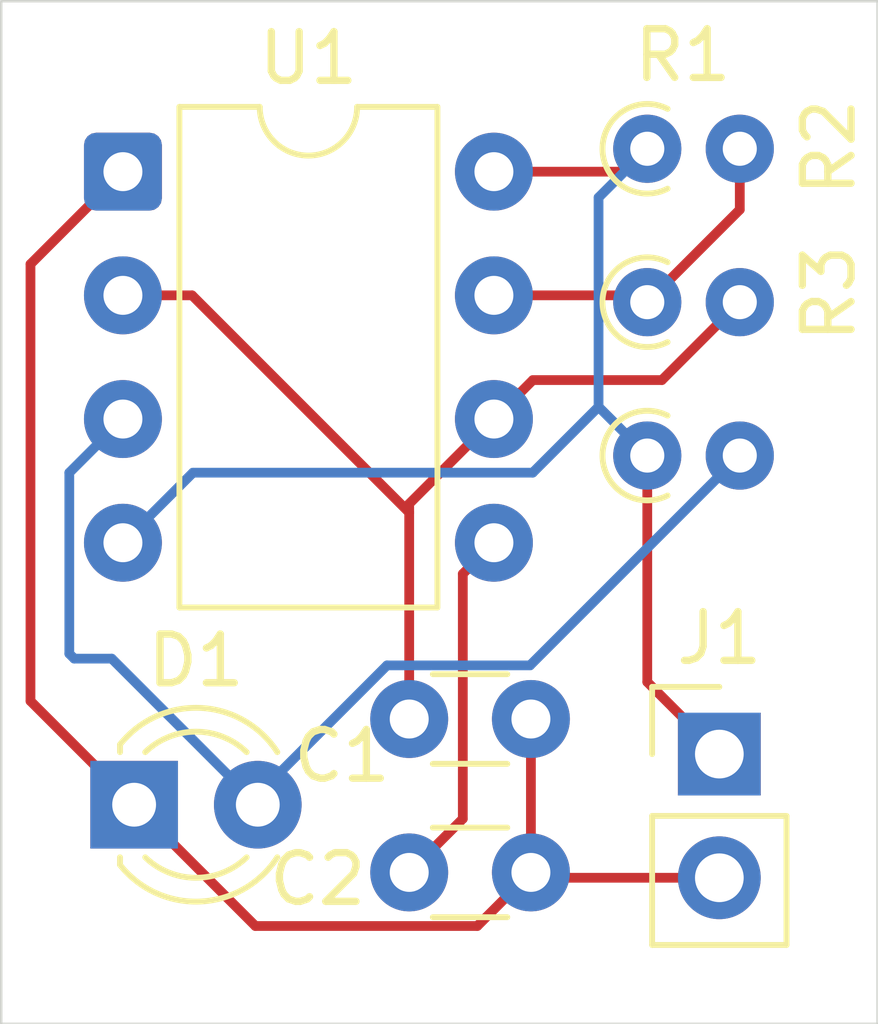
<source format=kicad_pcb>
(kicad_pcb (version 20241229) (generator "pcbnew") (generator_version "9.0")
  (layers (0 "F.Cu" signal) (2 "B.Cu" signal) (13 "F.Paste" user) (15 "B.Paste" user) (5 "F.SilkS" user "F.Silkscreen") (7 "B.SilkS" user "B.Silkscreen") (1 "F.Mask" user) (3 "B.Mask" user) (25 "Edge.Cuts" user))
  (net 0 "")
  (net 1 "VCC")
  (net 2 "DIS")
  (net 3 "TRG")
  (net 4 "Net-(D1-A)")
  (net 5 "GND")
  (net 6 "Net-(U1-CV)")
  (footprint "Resistor_THT:R_Axial_DIN0204_L3.6mm_D1.6mm_P1.90mm_Vertical" (layer "F.Cu") (at 142.27 86.18)
    (property "Reference" "R2" (at 3.73 -3.18 270) (layer "F.SilkS"))
    (property "Value" "10K")
    (fp_arc (start 0.417133 0.82) (mid -0.92 0) (end 0.417133 -0.82) (stroke (width 0.12)) (layer "F.SilkS"))
    (pad "1" thru_hole circle (at 0 0) (size 1.4 1.4) (drill 0.7) (layers "*.Cu" "*.Mask") (net 2 "DIS"))
    (pad "2" thru_hole circle (at 1.9 0) (size 1.4 1.4) (drill 0.7) (layers "*.Cu" "*.Mask") (net 3 "TRG"))
  )
  (footprint "Connector_PinHeader_2.54mm:PinHeader_1x02_P2.54mm_Vertical" (layer "F.Cu") (at 143.75 95.46)
    (property "Reference" "J1" (at 0 -2.38 0) (layer "F.SilkS"))
    (property "Value" "POWER INPUT")
    (fp_line (start -1.38 -1.38) (end 0 -1.38) (stroke (width 0.12)) (layer "F.SilkS"))
    (fp_line (start -1.38 0) (end -1.38 -1.38) (stroke (width 0.12)) (layer "F.SilkS"))
    (fp_line (start -1.38 1.27) (end -1.38 3.92) (stroke (width 0.12)) (layer "F.SilkS"))
    (fp_line (start -1.38 1.27) (end 1.38 1.27) (stroke (width 0.12)) (layer "F.SilkS"))
    (fp_line (start -1.38 3.92) (end 1.38 3.92) (stroke (width 0.12)) (layer "F.SilkS"))
    (fp_line (start 1.38 1.27) (end 1.38 3.92) (stroke (width 0.12)) (layer "F.SilkS"))
    (pad "1" thru_hole rect (at 0 0) (size 1.7 1.7) (drill 1) (layers "*.Cu" "*.Mask") (net 1 "VCC"))
    (pad "2" thru_hole circle (at 0 2.54) (size 1.7 1.7) (drill 1) (layers "*.Cu" "*.Mask") (net 5 "GND"))
  )
  (footprint "Resistor_THT:R_Axial_DIN0204_L3.6mm_D1.6mm_P1.90mm_Vertical" (layer "F.Cu") (at 142.27 89.33)
    (property "Reference" "R3" (at 3.73 -3.33 90) (layer "F.SilkS"))
    (property "Value" "1K")
    (fp_arc (start 0.417133 0.82) (mid -0.92 0) (end 0.417133 -0.82) (stroke (width 0.12)) (layer "F.SilkS"))
    (pad "1" thru_hole circle (at 0 0) (size 1.4 1.4) (drill 0.7) (layers "*.Cu" "*.Mask") (net 1 "VCC"))
    (pad "2" thru_hole circle (at 1.9 0) (size 1.4 1.4) (drill 0.7) (layers "*.Cu" "*.Mask") (net 4 "Net-(D1-A)"))
  )
  (footprint "Package_DIP:DIP-8_W7.62mm" (layer "F.Cu") (at 131.5 83.5)
    (property "Reference" "U1" (at 3.81 -2.33 0) (layer "F.SilkS"))
    (property "Value" "LM555xN")
    (fp_line (start 1.16 -1.33) (end 1.16 8.95) (stroke (width 0.12)) (layer "F.SilkS"))
    (fp_line (start 1.16 8.95) (end 6.46 8.95) (stroke (width 0.12)) (layer "F.SilkS"))
    (fp_line (start 2.81 -1.33) (end 1.16 -1.33) (stroke (width 0.12)) (layer "F.SilkS"))
    (fp_line (start 6.46 -1.33) (end 4.81 -1.33) (stroke (width 0.12)) (layer "F.SilkS"))
    (fp_line (start 6.46 8.95) (end 6.46 -1.33) (stroke (width 0.12)) (layer "F.SilkS"))
    (fp_arc (start 4.81 -1.33) (mid 3.81 -0.33) (end 2.81 -1.33) (stroke (width 0.12)) (layer "F.SilkS"))
    (pad "1" thru_hole roundrect (at 0 0) (size 1.6 1.6) (drill 0.8) (layers "*.Cu" "*.Mask") (roundrect_rratio 0.15625) (net 5 "GND"))
    (pad "2" thru_hole circle (at 0 2.54) (size 1.6 1.6) (drill 0.8) (layers "*.Cu" "*.Mask") (net 3 "TRG"))
    (pad "3" thru_hole circle (at 0 5.08) (size 1.6 1.6) (drill 0.8) (layers "*.Cu" "*.Mask") (net 4 "Net-(D1-A)"))
    (pad "4" thru_hole circle (at 0 7.62) (size 1.6 1.6) (drill 0.8) (layers "*.Cu" "*.Mask") (net 1 "VCC"))
    (pad "5" thru_hole circle (at 7.62 7.62) (size 1.6 1.6) (drill 0.8) (layers "*.Cu" "*.Mask") (net 6 "Net-(U1-CV)"))
    (pad "6" thru_hole circle (at 7.62 5.08) (size 1.6 1.6) (drill 0.8) (layers "*.Cu" "*.Mask") (net 3 "TRG"))
    (pad "7" thru_hole circle (at 7.62 2.54) (size 1.6 1.6) (drill 0.8) (layers "*.Cu" "*.Mask") (net 2 "DIS"))
    (pad "8" thru_hole circle (at 7.62 0) (size 1.6 1.6) (drill 0.8) (layers "*.Cu" "*.Mask") (net 1 "VCC"))
  )
  (footprint "Resistor_THT:R_Axial_DIN0204_L3.6mm_D1.6mm_P1.90mm_Vertical" (layer "F.Cu") (at 142.27 83.03)
    (property "Reference" "R1" (at 0.73 -1.92 0) (layer "F.SilkS"))
    (property "Value" "10K")
    (fp_arc (start 0.417133 0.82) (mid -0.92 0) (end 0.417133 -0.82) (stroke (width 0.12)) (layer "F.SilkS"))
    (pad "1" thru_hole circle (at 0 0) (size 1.4 1.4) (drill 0.7) (layers "*.Cu" "*.Mask") (net 1 "VCC"))
    (pad "2" thru_hole circle (at 1.9 0) (size 1.4 1.4) (drill 0.7) (layers "*.Cu" "*.Mask") (net 2 "DIS"))
  )
  (footprint "Capacitor_THT:C_Disc_D3.0mm_W1.6mm_P2.50mm" (layer "F.Cu") (at 137.38 97.89)
    (property "Reference" "C2" (at -1.88 0.139425 0) (layer "F.SilkS"))
    (property "Value" "0.01uF")
    (fp_line (start 0.485 -0.92) (end 2.015 -0.92) (stroke (width 0.12)) (layer "F.SilkS"))
    (fp_line (start 2.015 0.92) (end 0.485 0.92) (stroke (width 0.12)) (layer "F.SilkS"))
    (pad "1" thru_hole circle (at 0 0) (size 1.6 1.6) (drill 0.8) (layers "*.Cu" "*.Mask") (net 6 "Net-(U1-CV)"))
    (pad "2" thru_hole circle (at 2.5 0) (size 1.6 1.6) (drill 0.8) (layers "*.Cu" "*.Mask") (net 5 "GND"))
  )
  (footprint "Capacitor_THT:C_Disc_D3.0mm_W1.6mm_P2.50mm" (layer "F.Cu") (at 137.38 94.74)
    (property "Reference" "C1" (at -1.38 0.76 0) (layer "F.SilkS"))
    (property "Value" "0.1uF")
    (fp_line (start 0.485 -0.92) (end 2.015 -0.92) (stroke (width 0.12)) (layer "F.SilkS"))
    (fp_line (start 2.015 0.92) (end 0.485 0.92) (stroke (width 0.12)) (layer "F.SilkS"))
    (pad "1" thru_hole circle (at 0 0) (size 1.6 1.6) (drill 0.8) (layers "*.Cu" "*.Mask") (net 3 "TRG"))
    (pad "2" thru_hole circle (at 2.5 0) (size 1.6 1.6) (drill 0.8) (layers "*.Cu" "*.Mask") (net 5 "GND"))
  )
  (footprint "LED_THT:LED_D3.0mm" (layer "F.Cu") (at 131.73 96.5)
    (property "Reference" "D1" (at 1.27 -2.96 0) (layer "F.SilkS"))
    (property "Value" "LED")
    (fp_line (start -0.29 -1.236) (end -0.29 -1.08) (stroke (width 0.12)) (layer "F.SilkS"))
    (fp_line (start -0.29 1.08) (end -0.29 1.236) (stroke (width 0.12)) (layer "F.SilkS"))
    (fp_arc (start -0.29 -1.235516) (mid 1.36566 -1.987699) (end 2.941437 -1.08) (stroke (width 0.12)) (layer "F.SilkS"))
    (fp_arc (start 0.229039 -1.08) (mid 1.27 -1.5) (end 2.310961 -1.08) (stroke (width 0.12)) (layer "F.SilkS"))
    (fp_arc (start 2.310961 1.08) (mid 1.27 1.5) (end 0.229039 1.08) (stroke (width 0.12)) (layer "F.SilkS"))
    (fp_arc (start 2.941437 1.08) (mid 1.36566 1.987699) (end -0.29 1.235516) (stroke (width 0.12)) (layer "F.SilkS"))
    (pad "1" thru_hole rect (at 0 0) (size 1.8 1.8) (drill 0.9) (layers "*.Cu" "*.Mask") (net 5 "GND"))
    (pad "2" thru_hole circle (at 2.54 0) (size 1.8 1.8) (drill 0.9) (layers "*.Cu" "*.Mask") (net 4 "Net-(D1-A)"))
  )
  (gr_rect (start 129 80) (end 147 101) (stroke (width 0.05)) (fill no) (layer "Edge.Cuts"))
  (segment (start 141.8 83.5) (end 142.27 83.03) (width 0.2) (layer "F.Cu") (net 1))
  (segment (start 142.27 93.98) (end 143.75 95.46) (width 0.2) (layer "F.Cu") (net 1))
  (segment (start 142.27 89.33) (end 142.27 93.98) (width 0.2) (layer "F.Cu") (net 1))
  (segment (start 139.12 83.5) (end 141.8 83.5) (width 0.2) (layer "F.Cu") (net 1))
  (segment (start 141.269 84.031) (end 141.269 88.329) (width 0.2) (layer "B.Cu") (net 1))
  (segment (start 139.917 89.681) (end 141.269 88.329) (width 0.2) (layer "B.Cu") (net 1))
  (segment (start 142.27 83.03) (end 141.269 84.031) (width 0.2) (layer "B.Cu") (net 1))
  (segment (start 131.5 91.12) (end 132.939 89.681) (width 0.2) (layer "B.Cu") (net 1))
  (segment (start 132.939 89.681) (end 139.917 89.681) (width 0.2) (layer "B.Cu") (net 1))
  (segment (start 141.269 88.329) (end 142.27 89.33) (width 0.2) (layer "B.Cu") (net 1))
  (segment (start 142.27 86.18) (end 142.18 86.18) (width 0.2) (layer "F.Cu") (net 2))
  (segment (start 142.18 86.18) (end 142.04 86.04) (width 0.2) (layer "F.Cu") (net 2))
  (segment (start 144.17 83.03) (end 144.17 84.28) (width 0.2) (layer "F.Cu") (net 2))
  (segment (start 144.17 84.28) (end 142.27 86.18) (width 0.2) (layer "F.Cu") (net 2))
  (segment (start 142.04 86.04) (end 139.12 86.04) (width 0.2) (layer "F.Cu") (net 2))
  (segment (start 139.12 88.58) (end 139.919999 87.780001) (width 0.2) (layer "F.Cu") (net 3))
  (segment (start 139.919999 87.780001) (end 142.569999 87.780001) (width 0.2) (layer "F.Cu") (net 3))
  (segment (start 131.5 86.04) (end 132.92 86.04) (width 0.2) (layer "F.Cu") (net 3))
  (segment (start 142.569999 87.780001) (end 144.17 86.18) (width 0.2) (layer "F.Cu") (net 3))
  (segment (start 137.38 90.5) (end 137.38 94.74) (width 0.2) (layer "F.Cu") (net 3))
  (segment (start 137.38 90.32) (end 137.38 90.5) (width 0.2) (layer "F.Cu") (net 3))
  (segment (start 139.12 88.58) (end 137.38 90.32) (width 0.2) (layer "F.Cu") (net 3))
  (segment (start 132.92 86.04) (end 137.38 90.5) (width 0.2) (layer "F.Cu") (net 3))
  (segment (start 130.399 89.681) (end 130.399 93.399) (width 0.2) (layer "B.Cu") (net 4))
  (segment (start 131.27 93.5) (end 134.27 96.5) (width 0.2) (layer "B.Cu") (net 4))
  (segment (start 144.17 89.33) (end 139.861 93.639) (width 0.2) (layer "B.Cu") (net 4))
  (segment (start 139.861 93.639) (end 136.92395 93.639) (width 0.2) (layer "B.Cu") (net 4))
  (segment (start 134.27 96.29295) (end 134.27 96.5) (width 0.2) (layer "B.Cu") (net 4))
  (segment (start 136.92395 93.639) (end 134.27 96.29295) (width 0.2) (layer "B.Cu") (net 4))
  (segment (start 130.399 93.399) (end 130.5 93.5) (width 0.2) (layer "B.Cu") (net 4))
  (segment (start 130.5 93.5) (end 131.27 93.5) (width 0.2) (layer "B.Cu") (net 4))
  (segment (start 131.5 88.58) (end 130.399 89.681) (width 0.2) (layer "B.Cu") (net 4))
  (segment (start 129.601 85.399) (end 129.601 94.371) (width 0.2) (layer "F.Cu") (net 5))
  (segment (start 139.88 94.74) (end 139.88 97.89) (width 0.2) (layer "F.Cu") (net 5))
  (segment (start 131.5 83.5) (end 129.601 85.399) (width 0.2) (layer "F.Cu") (net 5))
  (segment (start 139.89 97.89) (end 140 98) (width 0.2) (layer "F.Cu") (net 5))
  (segment (start 134.221 98.991) (end 138.779 98.991) (width 0.2) (layer "F.Cu") (net 5))
  (segment (start 131.73 96.5) (end 134.221 98.991) (width 0.2) (layer "F.Cu") (net 5))
  (segment (start 129.601 94.371) (end 131.73 96.5) (width 0.2) (layer "F.Cu") (net 5))
  (segment (start 139.88 97.89) (end 139.89 97.89) (width 0.2) (layer "F.Cu") (net 5))
  (segment (start 140 98) (end 143.75 98) (width 0.2) (layer "F.Cu") (net 5))
  (segment (start 138.779 98.991) (end 139.88 97.89) (width 0.2) (layer "F.Cu") (net 5))
  (segment (start 138.481 91.759) (end 138.481 96.789) (width 0.2) (layer "F.Cu") (net 6))
  (segment (start 138.481 96.789) (end 137.38 97.89) (width 0.2) (layer "F.Cu") (net 6))
  (segment (start 139.12 91.12) (end 138.481 91.759) (width 0.2) (layer "F.Cu") (net 6))
)
</source>
